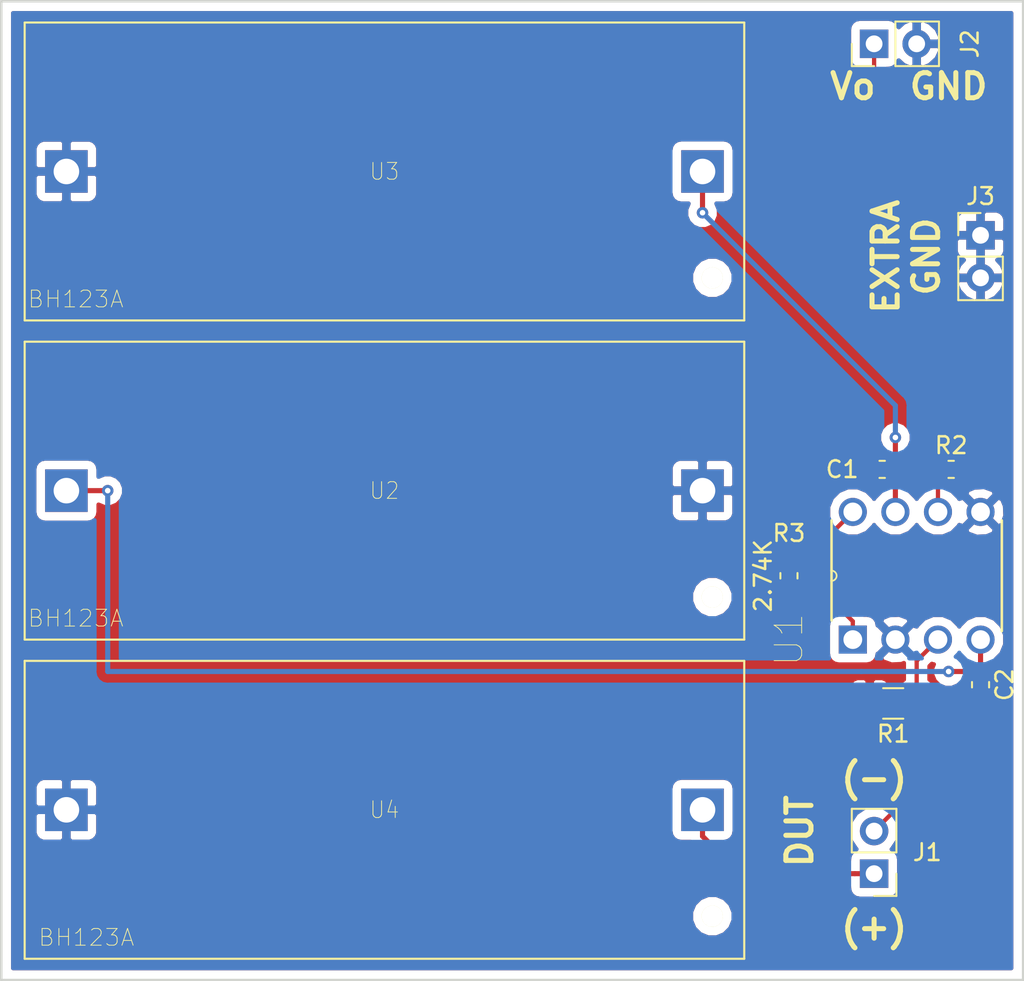
<source format=kicad_pcb>
(kicad_pcb (version 20171130) (host pcbnew 5.0.0+dfsg1-2)

  (general
    (thickness 1.6)
    (drawings 10)
    (tracks 36)
    (zones 0)
    (modules 12)
    (nets 9)
  )

  (page A4)
  (layers
    (0 F.Cu signal)
    (31 B.Cu signal)
    (32 B.Adhes user)
    (33 F.Adhes user)
    (34 B.Paste user)
    (35 F.Paste user)
    (36 B.SilkS user)
    (37 F.SilkS user)
    (38 B.Mask user)
    (39 F.Mask user)
    (40 Dwgs.User user)
    (41 Cmts.User user)
    (42 Eco1.User user)
    (43 Eco2.User user)
    (44 Edge.Cuts user)
    (45 Margin user)
    (46 B.CrtYd user)
    (47 F.CrtYd user)
    (48 B.Fab user)
    (49 F.Fab user)
  )

  (setup
    (last_trace_width 0.254)
    (trace_clearance 0.254)
    (zone_clearance 0.508)
    (zone_45_only no)
    (trace_min 0.1524)
    (segment_width 0.2)
    (edge_width 0.15)
    (via_size 0.6858)
    (via_drill 0.3302)
    (via_min_size 0.6858)
    (via_min_drill 0.3302)
    (uvia_size 0.508)
    (uvia_drill 0.127)
    (uvias_allowed no)
    (uvia_min_size 0.2)
    (uvia_min_drill 0.1)
    (pcb_text_width 0.3)
    (pcb_text_size 1.5 1.5)
    (mod_edge_width 0.15)
    (mod_text_size 1 1)
    (mod_text_width 0.15)
    (pad_size 1.6764 1.6764)
    (pad_drill 1.1176)
    (pad_to_mask_clearance 0.2)
    (aux_axis_origin 0 0)
    (visible_elements FFFFFF7F)
    (pcbplotparams
      (layerselection 0x010fc_ffffffff)
      (usegerberextensions false)
      (usegerberattributes false)
      (usegerberadvancedattributes false)
      (creategerberjobfile false)
      (excludeedgelayer true)
      (linewidth 0.100000)
      (plotframeref false)
      (viasonmask false)
      (mode 1)
      (useauxorigin false)
      (hpglpennumber 1)
      (hpglpenspeed 20)
      (hpglpendiameter 15.000000)
      (psnegative false)
      (psa4output false)
      (plotreference true)
      (plotvalue true)
      (plotinvisibletext false)
      (padsonsilk false)
      (subtractmaskfromsilk false)
      (outputformat 1)
      (mirror false)
      (drillshape 1)
      (scaleselection 1)
      (outputdirectory ""))
  )

  (net 0 "")
  (net 1 V+)
  (net 2 GND)
  (net 3 V-)
  (net 4 VDD)
  (net 5 N$3)
  (net 6 Vo)
  (net 7 N$2)
  (net 8 N$1)

  (net_class Default "This is the default net class."
    (clearance 0.254)
    (trace_width 0.254)
    (via_dia 0.6858)
    (via_drill 0.3302)
    (uvia_dia 0.508)
    (uvia_drill 0.127)
    (diff_pair_gap 0.254)
    (diff_pair_width 0.254)
    (add_net N$1)
    (add_net N$2)
    (add_net Vo)
  )

  (net_class Power ""
    (clearance 0.254)
    (trace_width 0.508)
    (via_dia 0.6858)
    (via_drill 0.3302)
    (uvia_dia 0.508)
    (uvia_drill 0.127)
    (diff_pair_gap 0.254)
    (diff_pair_width 0.254)
    (add_net GND)
    (add_net N$3)
    (add_net V+)
    (add_net V-)
    (add_net VDD)
  )

  (module Capacitor_SMD:C_0603_1608Metric (layer F.Cu) (tedit 5CF34698) (tstamp 5CF33F1C)
    (at 155.4225 123.19 180)
    (descr "Capacitor SMD 0603 (1608 Metric), square (rectangular) end terminal, IPC_7351 nominal, (Body size source: http://www.tortai-tech.com/upload/download/2011102023233369053.pdf), generated with kicad-footprint-generator")
    (tags capacitor)
    (path /top/3541313194720582656)
    (attr smd)
    (fp_text reference C1 (at 2.3875 0 180) (layer F.SilkS)
      (effects (font (size 1 1) (thickness 0.15)))
    )
    (fp_text value 0.1uF (at 0 1.43 180) (layer F.Fab) hide
      (effects (font (size 1 1) (thickness 0.15)))
    )
    (fp_line (start -0.8 0.4) (end -0.8 -0.4) (layer F.Fab) (width 0.1))
    (fp_line (start -0.8 -0.4) (end 0.8 -0.4) (layer F.Fab) (width 0.1))
    (fp_line (start 0.8 -0.4) (end 0.8 0.4) (layer F.Fab) (width 0.1))
    (fp_line (start 0.8 0.4) (end -0.8 0.4) (layer F.Fab) (width 0.1))
    (fp_line (start -0.162779 -0.51) (end 0.162779 -0.51) (layer F.SilkS) (width 0.12))
    (fp_line (start -0.162779 0.51) (end 0.162779 0.51) (layer F.SilkS) (width 0.12))
    (fp_line (start -1.48 0.73) (end -1.48 -0.73) (layer F.CrtYd) (width 0.05))
    (fp_line (start -1.48 -0.73) (end 1.48 -0.73) (layer F.CrtYd) (width 0.05))
    (fp_line (start 1.48 -0.73) (end 1.48 0.73) (layer F.CrtYd) (width 0.05))
    (fp_line (start 1.48 0.73) (end -1.48 0.73) (layer F.CrtYd) (width 0.05))
    (fp_text user %R (at 0 0 180) (layer F.Fab)
      (effects (font (size 0.4 0.4) (thickness 0.06)))
    )
    (pad 1 smd roundrect (at -0.7875 0 180) (size 0.875 0.95) (layers F.Cu F.Paste F.Mask) (roundrect_rratio 0.25)
      (net 1 V+))
    (pad 2 smd roundrect (at 0.7875 0 180) (size 0.875 0.95) (layers F.Cu F.Paste F.Mask) (roundrect_rratio 0.25)
      (net 2 GND))
    (model ${KISYS3DMOD}/Capacitor_SMD.3dshapes/C_0603_1608Metric.wrl
      (at (xyz 0 0 0))
      (scale (xyz 1 1 1))
      (rotate (xyz 0 0 0))
    )
  )

  (module Capacitor_SMD:C_0603_1608Metric (layer F.Cu) (tedit 5CF34705) (tstamp 5CF33F2D)
    (at 161.29 136.0425 270)
    (descr "Capacitor SMD 0603 (1608 Metric), square (rectangular) end terminal, IPC_7351 nominal, (Body size source: http://www.tortai-tech.com/upload/download/2011102023233369053.pdf), generated with kicad-footprint-generator")
    (tags capacitor)
    (path /top/998572845582616628)
    (attr smd)
    (fp_text reference C2 (at 0 -1.43 270) (layer F.SilkS)
      (effects (font (size 1 1) (thickness 0.15)))
    )
    (fp_text value 0.1uF (at 0 1.43 270) (layer F.Fab) hide
      (effects (font (size 1 1) (thickness 0.15)))
    )
    (fp_text user %R (at 0 0 270) (layer F.Fab) hide
      (effects (font (size 0.4 0.4) (thickness 0.06)))
    )
    (fp_line (start 1.48 0.73) (end -1.48 0.73) (layer F.CrtYd) (width 0.05))
    (fp_line (start 1.48 -0.73) (end 1.48 0.73) (layer F.CrtYd) (width 0.05))
    (fp_line (start -1.48 -0.73) (end 1.48 -0.73) (layer F.CrtYd) (width 0.05))
    (fp_line (start -1.48 0.73) (end -1.48 -0.73) (layer F.CrtYd) (width 0.05))
    (fp_line (start -0.162779 0.51) (end 0.162779 0.51) (layer F.SilkS) (width 0.12))
    (fp_line (start -0.162779 -0.51) (end 0.162779 -0.51) (layer F.SilkS) (width 0.12))
    (fp_line (start 0.8 0.4) (end -0.8 0.4) (layer F.Fab) (width 0.1))
    (fp_line (start 0.8 -0.4) (end 0.8 0.4) (layer F.Fab) (width 0.1))
    (fp_line (start -0.8 -0.4) (end 0.8 -0.4) (layer F.Fab) (width 0.1))
    (fp_line (start -0.8 0.4) (end -0.8 -0.4) (layer F.Fab) (width 0.1))
    (pad 2 smd roundrect (at 0.7875 0 270) (size 0.875 0.95) (layers F.Cu F.Paste F.Mask) (roundrect_rratio 0.25)
      (net 2 GND))
    (pad 1 smd roundrect (at -0.7875 0 270) (size 0.875 0.95) (layers F.Cu F.Paste F.Mask) (roundrect_rratio 0.25)
      (net 3 V-))
    (model ${KISYS3DMOD}/Capacitor_SMD.3dshapes/C_0603_1608Metric.wrl
      (at (xyz 0 0 0))
      (scale (xyz 1 1 1))
      (rotate (xyz 0 0 0))
    )
  )

  (module Connector_PinHeader_2.54mm:PinHeader_1x02_P2.54mm_Vertical (layer F.Cu) (tedit 5CF34783) (tstamp 5CF33F43)
    (at 154.94 147.32 180)
    (descr "Through hole straight pin header, 1x02, 2.54mm pitch, single row")
    (tags "Through hole pin header THT 1x02 2.54mm single row")
    (path /top/196230644035590001)
    (fp_text reference J1 (at -3.175 1.27 180) (layer F.SilkS)
      (effects (font (size 1 1) (thickness 0.15)))
    )
    (fp_text value Screw_Terminal_01x02 (at 0 4.87 180) (layer F.Fab) hide
      (effects (font (size 1 1) (thickness 0.15)))
    )
    (fp_line (start -0.635 -1.27) (end 1.27 -1.27) (layer F.Fab) (width 0.1))
    (fp_line (start 1.27 -1.27) (end 1.27 3.81) (layer F.Fab) (width 0.1))
    (fp_line (start 1.27 3.81) (end -1.27 3.81) (layer F.Fab) (width 0.1))
    (fp_line (start -1.27 3.81) (end -1.27 -0.635) (layer F.Fab) (width 0.1))
    (fp_line (start -1.27 -0.635) (end -0.635 -1.27) (layer F.Fab) (width 0.1))
    (fp_line (start -1.33 3.87) (end 1.33 3.87) (layer F.SilkS) (width 0.12))
    (fp_line (start -1.33 1.27) (end -1.33 3.87) (layer F.SilkS) (width 0.12))
    (fp_line (start 1.33 1.27) (end 1.33 3.87) (layer F.SilkS) (width 0.12))
    (fp_line (start -1.33 1.27) (end 1.33 1.27) (layer F.SilkS) (width 0.12))
    (fp_line (start -1.33 0) (end -1.33 -1.33) (layer F.SilkS) (width 0.12))
    (fp_line (start -1.33 -1.33) (end 0 -1.33) (layer F.SilkS) (width 0.12))
    (fp_line (start -1.8 -1.8) (end -1.8 4.35) (layer F.CrtYd) (width 0.05))
    (fp_line (start -1.8 4.35) (end 1.8 4.35) (layer F.CrtYd) (width 0.05))
    (fp_line (start 1.8 4.35) (end 1.8 -1.8) (layer F.CrtYd) (width 0.05))
    (fp_line (start 1.8 -1.8) (end -1.8 -1.8) (layer F.CrtYd) (width 0.05))
    (fp_text user %R (at 0 1.27 270) (layer F.Fab)
      (effects (font (size 1 1) (thickness 0.15)))
    )
    (pad 1 thru_hole rect (at 0 0 180) (size 1.7 1.7) (drill 1) (layers *.Cu *.Mask)
      (net 4 VDD))
    (pad 2 thru_hole oval (at 0 2.54 180) (size 1.7 1.7) (drill 1) (layers *.Cu *.Mask)
      (net 5 N$3))
    (model ${KISYS3DMOD}/Connector_PinHeader_2.54mm.3dshapes/PinHeader_1x02_P2.54mm_Vertical.wrl
      (at (xyz 0 0 0))
      (scale (xyz 1 1 1))
      (rotate (xyz 0 0 0))
    )
  )

  (module Connector_PinHeader_2.54mm:PinHeader_1x02_P2.54mm_Vertical (layer F.Cu) (tedit 5CF347B8) (tstamp 5CF33F59)
    (at 154.94 97.79 90)
    (descr "Through hole straight pin header, 1x02, 2.54mm pitch, single row")
    (tags "Through hole pin header THT 1x02 2.54mm single row")
    (path /top/13161261778437321895)
    (fp_text reference J2 (at 0 5.715 90) (layer F.SilkS)
      (effects (font (size 1 1) (thickness 0.15)))
    )
    (fp_text value Conn_01x02_Male (at 0 4.87 90) (layer F.Fab) hide
      (effects (font (size 1 1) (thickness 0.15)))
    )
    (fp_text user %R (at 0 1.27 180) (layer F.Fab)
      (effects (font (size 1 1) (thickness 0.15)))
    )
    (fp_line (start 1.8 -1.8) (end -1.8 -1.8) (layer F.CrtYd) (width 0.05))
    (fp_line (start 1.8 4.35) (end 1.8 -1.8) (layer F.CrtYd) (width 0.05))
    (fp_line (start -1.8 4.35) (end 1.8 4.35) (layer F.CrtYd) (width 0.05))
    (fp_line (start -1.8 -1.8) (end -1.8 4.35) (layer F.CrtYd) (width 0.05))
    (fp_line (start -1.33 -1.33) (end 0 -1.33) (layer F.SilkS) (width 0.12))
    (fp_line (start -1.33 0) (end -1.33 -1.33) (layer F.SilkS) (width 0.12))
    (fp_line (start -1.33 1.27) (end 1.33 1.27) (layer F.SilkS) (width 0.12))
    (fp_line (start 1.33 1.27) (end 1.33 3.87) (layer F.SilkS) (width 0.12))
    (fp_line (start -1.33 1.27) (end -1.33 3.87) (layer F.SilkS) (width 0.12))
    (fp_line (start -1.33 3.87) (end 1.33 3.87) (layer F.SilkS) (width 0.12))
    (fp_line (start -1.27 -0.635) (end -0.635 -1.27) (layer F.Fab) (width 0.1))
    (fp_line (start -1.27 3.81) (end -1.27 -0.635) (layer F.Fab) (width 0.1))
    (fp_line (start 1.27 3.81) (end -1.27 3.81) (layer F.Fab) (width 0.1))
    (fp_line (start 1.27 -1.27) (end 1.27 3.81) (layer F.Fab) (width 0.1))
    (fp_line (start -0.635 -1.27) (end 1.27 -1.27) (layer F.Fab) (width 0.1))
    (pad 2 thru_hole oval (at 0 2.54 90) (size 1.7 1.7) (drill 1) (layers *.Cu *.Mask)
      (net 2 GND))
    (pad 1 thru_hole rect (at 0 0 90) (size 1.7 1.7) (drill 1) (layers *.Cu *.Mask)
      (net 6 Vo))
    (model ${KISYS3DMOD}/Connector_PinHeader_2.54mm.3dshapes/PinHeader_1x02_P2.54mm_Vertical.wrl
      (at (xyz 0 0 0))
      (scale (xyz 1 1 1))
      (rotate (xyz 0 0 0))
    )
  )

  (module Resistor_SMD:R_1206_3216Metric (layer F.Cu) (tedit 5CF34702) (tstamp 5CF33F6A)
    (at 156.08 137.16 180)
    (descr "Resistor SMD 1206 (3216 Metric), square (rectangular) end terminal, IPC_7351 nominal, (Body size source: http://www.tortai-tech.com/upload/download/2011102023233369053.pdf), generated with kicad-footprint-generator")
    (tags resistor)
    (path /top/2548234868783152179)
    (attr smd)
    (fp_text reference R1 (at 0 -1.82 180) (layer F.SilkS)
      (effects (font (size 1 1) (thickness 0.15)))
    )
    (fp_text value 1 (at 4.315 0 180) (layer F.Fab) hide
      (effects (font (size 1 1) (thickness 0.15)))
    )
    (fp_line (start -1.6 0.8) (end -1.6 -0.8) (layer F.Fab) (width 0.1))
    (fp_line (start -1.6 -0.8) (end 1.6 -0.8) (layer F.Fab) (width 0.1))
    (fp_line (start 1.6 -0.8) (end 1.6 0.8) (layer F.Fab) (width 0.1))
    (fp_line (start 1.6 0.8) (end -1.6 0.8) (layer F.Fab) (width 0.1))
    (fp_line (start -0.602064 -0.91) (end 0.602064 -0.91) (layer F.SilkS) (width 0.12))
    (fp_line (start -0.602064 0.91) (end 0.602064 0.91) (layer F.SilkS) (width 0.12))
    (fp_line (start -2.28 1.12) (end -2.28 -1.12) (layer F.CrtYd) (width 0.05))
    (fp_line (start -2.28 -1.12) (end 2.28 -1.12) (layer F.CrtYd) (width 0.05))
    (fp_line (start 2.28 -1.12) (end 2.28 1.12) (layer F.CrtYd) (width 0.05))
    (fp_line (start 2.28 1.12) (end -2.28 1.12) (layer F.CrtYd) (width 0.05))
    (fp_text user %R (at 0 0 180) (layer F.Fab) hide
      (effects (font (size 0.8 0.8) (thickness 0.12)))
    )
    (pad 1 smd roundrect (at -1.4 0 180) (size 1.25 1.75) (layers F.Cu F.Paste F.Mask) (roundrect_rratio 0.2)
      (net 5 N$3))
    (pad 2 smd roundrect (at 1.4 0 180) (size 1.25 1.75) (layers F.Cu F.Paste F.Mask) (roundrect_rratio 0.2)
      (net 2 GND))
    (model ${KISYS3DMOD}/Resistor_SMD.3dshapes/R_1206_3216Metric.wrl
      (at (xyz 0 0 0))
      (scale (xyz 1 1 1))
      (rotate (xyz 0 0 0))
    )
  )

  (module Resistor_SMD:R_0603_1608Metric (layer F.Cu) (tedit 5CF3468F) (tstamp 5CF33F7B)
    (at 159.5375 123.19)
    (descr "Resistor SMD 0603 (1608 Metric), square (rectangular) end terminal, IPC_7351 nominal, (Body size source: http://www.tortai-tech.com/upload/download/2011102023233369053.pdf), generated with kicad-footprint-generator")
    (tags resistor)
    (path /top/2023809358067635025)
    (attr smd)
    (fp_text reference R2 (at 0 -1.43) (layer F.SilkS)
      (effects (font (size 1 1) (thickness 0.15)))
    )
    (fp_text value R2.5K (at 0 1.43) (layer F.Fab) hide
      (effects (font (size 1 1) (thickness 0.15)))
    )
    (fp_line (start -0.8 0.4) (end -0.8 -0.4) (layer F.Fab) (width 0.1))
    (fp_line (start -0.8 -0.4) (end 0.8 -0.4) (layer F.Fab) (width 0.1))
    (fp_line (start 0.8 -0.4) (end 0.8 0.4) (layer F.Fab) (width 0.1))
    (fp_line (start 0.8 0.4) (end -0.8 0.4) (layer F.Fab) (width 0.1))
    (fp_line (start -0.162779 -0.51) (end 0.162779 -0.51) (layer F.SilkS) (width 0.12))
    (fp_line (start -0.162779 0.51) (end 0.162779 0.51) (layer F.SilkS) (width 0.12))
    (fp_line (start -1.48 0.73) (end -1.48 -0.73) (layer F.CrtYd) (width 0.05))
    (fp_line (start -1.48 -0.73) (end 1.48 -0.73) (layer F.CrtYd) (width 0.05))
    (fp_line (start 1.48 -0.73) (end 1.48 0.73) (layer F.CrtYd) (width 0.05))
    (fp_line (start 1.48 0.73) (end -1.48 0.73) (layer F.CrtYd) (width 0.05))
    (fp_text user %R (at 0 0) (layer F.Fab)
      (effects (font (size 0.4 0.4) (thickness 0.06)))
    )
    (pad 1 smd roundrect (at -0.7875 0) (size 0.875 0.95) (layers F.Cu F.Paste F.Mask) (roundrect_rratio 0.25)
      (net 6 Vo))
    (pad 2 smd roundrect (at 0.7875 0) (size 0.875 0.95) (layers F.Cu F.Paste F.Mask) (roundrect_rratio 0.25)
      (net 2 GND))
    (model ${KISYS3DMOD}/Resistor_SMD.3dshapes/R_0603_1608Metric.wrl
      (at (xyz 0 0 0))
      (scale (xyz 1 1 1))
      (rotate (xyz 0 0 0))
    )
  )

  (module Resistor_SMD:R_0603_1608Metric (layer F.Cu) (tedit 5CF3471E) (tstamp 5CF33F8C)
    (at 149.86 129.54 270)
    (descr "Resistor SMD 0603 (1608 Metric), square (rectangular) end terminal, IPC_7351 nominal, (Body size source: http://www.tortai-tech.com/upload/download/2011102023233369053.pdf), generated with kicad-footprint-generator")
    (tags resistor)
    (path /top/14367283374655352483)
    (attr smd)
    (fp_text reference R3 (at -2.54 0) (layer F.SilkS)
      (effects (font (size 1 1) (thickness 0.15)))
    )
    (fp_text value 2.74K (at 0 1.544999 270) (layer F.SilkS)
      (effects (font (size 1 1) (thickness 0.15)))
    )
    (fp_text user %R (at 0 0 270) (layer F.Fab)
      (effects (font (size 0.4 0.4) (thickness 0.06)))
    )
    (fp_line (start 1.48 0.73) (end -1.48 0.73) (layer F.CrtYd) (width 0.05))
    (fp_line (start 1.48 -0.73) (end 1.48 0.73) (layer F.CrtYd) (width 0.05))
    (fp_line (start -1.48 -0.73) (end 1.48 -0.73) (layer F.CrtYd) (width 0.05))
    (fp_line (start -1.48 0.73) (end -1.48 -0.73) (layer F.CrtYd) (width 0.05))
    (fp_line (start -0.162779 0.51) (end 0.162779 0.51) (layer F.SilkS) (width 0.12))
    (fp_line (start -0.162779 -0.51) (end 0.162779 -0.51) (layer F.SilkS) (width 0.12))
    (fp_line (start 0.8 0.4) (end -0.8 0.4) (layer F.Fab) (width 0.1))
    (fp_line (start 0.8 -0.4) (end 0.8 0.4) (layer F.Fab) (width 0.1))
    (fp_line (start -0.8 -0.4) (end 0.8 -0.4) (layer F.Fab) (width 0.1))
    (fp_line (start -0.8 0.4) (end -0.8 -0.4) (layer F.Fab) (width 0.1))
    (pad 2 smd roundrect (at 0.7875 0 270) (size 0.875 0.95) (layers F.Cu F.Paste F.Mask) (roundrect_rratio 0.25)
      (net 7 N$2))
    (pad 1 smd roundrect (at -0.7875 0 270) (size 0.875 0.95) (layers F.Cu F.Paste F.Mask) (roundrect_rratio 0.25)
      (net 8 N$1))
    (model ${KISYS3DMOD}/Resistor_SMD.3dshapes/R_0603_1608Metric.wrl
      (at (xyz 0 0 0))
      (scale (xyz 1 1 1))
      (rotate (xyz 0 0 0))
    )
  )

  (module INA129P:DIP254P762X508-8 (layer F.Cu) (tedit 5CF346F8) (tstamp 5CF33FC4)
    (at 161.29 125.73 90)
    (path /top/995399047499347072)
    (fp_text reference U1 (at -7.62 -11.43 90) (layer F.SilkS)
      (effects (font (size 1.64295 1.64295) (thickness 0.05)))
    )
    (fp_text value INA129P (at -4.445 4.445 90) (layer F.SilkS) hide
      (effects (font (size 1.6425 1.6425) (thickness 0.05)))
    )
    (fp_line (start -7.112 1.27) (end -0.508 1.27) (layer F.SilkS) (width 0.1524))
    (fp_line (start -0.508 -8.89) (end -3.5052 -8.89) (layer F.SilkS) (width 0.1524))
    (fp_line (start -3.5052 -8.89) (end -4.1148 -8.89) (layer F.SilkS) (width 0.1524))
    (fp_line (start -4.1148 -8.89) (end -6.477 -8.89) (layer F.SilkS) (width 0.1524))
    (fp_arc (start -3.81 -8.89) (end -4.1148 -8.89) (angle -180) (layer F.SilkS) (width 0))
    (fp_line (start -7.112 -7.0612) (end -7.112 -8.1788) (layer Eco2.User) (width 0.1524))
    (fp_line (start -7.112 -8.1788) (end -8.1788 -8.1788) (layer Eco2.User) (width 0.1524))
    (fp_line (start -8.1788 -8.1788) (end -8.1788 -7.0612) (layer Eco2.User) (width 0.1524))
    (fp_line (start -8.1788 -7.0612) (end -7.112 -7.0612) (layer Eco2.User) (width 0.1524))
    (fp_line (start -7.112 -4.5212) (end -7.112 -5.6388) (layer Eco2.User) (width 0.1524))
    (fp_line (start -7.112 -5.6388) (end -8.1788 -5.6388) (layer Eco2.User) (width 0.1524))
    (fp_line (start -8.1788 -5.6388) (end -8.1788 -4.5212) (layer Eco2.User) (width 0.1524))
    (fp_line (start -8.1788 -4.5212) (end -7.112 -4.5212) (layer Eco2.User) (width 0.1524))
    (fp_line (start -7.112 -1.9812) (end -7.112 -3.0988) (layer Eco2.User) (width 0.1524))
    (fp_line (start -7.112 -3.0988) (end -8.1788 -3.0988) (layer Eco2.User) (width 0.1524))
    (fp_line (start -8.1788 -3.0988) (end -8.1788 -1.9812) (layer Eco2.User) (width 0.1524))
    (fp_line (start -8.1788 -1.9812) (end -7.112 -1.9812) (layer Eco2.User) (width 0.1524))
    (fp_line (start -7.112 0.5588) (end -7.112 -0.5588) (layer Eco2.User) (width 0.1524))
    (fp_line (start -7.112 -0.5588) (end -8.1788 -0.5588) (layer Eco2.User) (width 0.1524))
    (fp_line (start -8.1788 -0.5588) (end -8.1788 0.5588) (layer Eco2.User) (width 0.1524))
    (fp_line (start -8.1788 0.5588) (end -7.112 0.5588) (layer Eco2.User) (width 0.1524))
    (fp_line (start -0.508 -0.5588) (end -0.508 0.5588) (layer Eco2.User) (width 0.1524))
    (fp_line (start -0.508 0.5588) (end 0.5588 0.5588) (layer Eco2.User) (width 0.1524))
    (fp_line (start 0.5588 0.5588) (end 0.5588 -0.5588) (layer Eco2.User) (width 0.1524))
    (fp_line (start 0.5588 -0.5588) (end -0.508 -0.5588) (layer Eco2.User) (width 0.1524))
    (fp_line (start -0.508 -3.0988) (end -0.508 -1.9812) (layer Eco2.User) (width 0.1524))
    (fp_line (start -0.508 -1.9812) (end 0.5588 -1.9812) (layer Eco2.User) (width 0.1524))
    (fp_line (start 0.5588 -1.9812) (end 0.5588 -3.0988) (layer Eco2.User) (width 0.1524))
    (fp_line (start 0.5588 -3.0988) (end -0.508 -3.0988) (layer Eco2.User) (width 0.1524))
    (fp_line (start -0.508 -5.6388) (end -0.508 -4.5212) (layer Eco2.User) (width 0.1524))
    (fp_line (start -0.508 -4.5212) (end 0.5588 -4.5212) (layer Eco2.User) (width 0.1524))
    (fp_line (start 0.5588 -4.5212) (end 0.5588 -5.6388) (layer Eco2.User) (width 0.1524))
    (fp_line (start 0.5588 -5.6388) (end -0.508 -5.6388) (layer Eco2.User) (width 0.1524))
    (fp_line (start -0.508 -8.1788) (end -0.508 -7.0612) (layer Eco2.User) (width 0.1524))
    (fp_line (start -0.508 -7.0612) (end 0.5588 -7.0612) (layer Eco2.User) (width 0.1524))
    (fp_line (start 0.5588 -7.0612) (end 0.5588 -8.1788) (layer Eco2.User) (width 0.1524))
    (fp_line (start 0.5588 -8.1788) (end -0.508 -8.1788) (layer Eco2.User) (width 0.1524))
    (fp_line (start -7.112 1.27) (end -0.508 1.27) (layer Eco2.User) (width 0.1524))
    (fp_line (start -0.508 1.27) (end -0.508 -8.89) (layer Eco2.User) (width 0.1524))
    (fp_line (start -0.508 -8.89) (end -3.5052 -8.89) (layer Eco2.User) (width 0.1524))
    (fp_line (start -3.5052 -8.89) (end -4.1148 -8.89) (layer Eco2.User) (width 0.1524))
    (fp_line (start -4.1148 -8.89) (end -7.112 -8.89) (layer Eco2.User) (width 0.1524))
    (fp_line (start -7.112 -8.89) (end -7.112 1.27) (layer Eco2.User) (width 0.1524))
    (fp_arc (start -3.81 -8.89) (end -4.1148 -8.89) (angle -180) (layer Eco2.User) (width 0))
    (pad 1 thru_hole rect (at -7.62 -7.62 90) (size 1.6764 1.6764) (drill 1.1176) (layers *.Cu *.Mask)
      (net 7 N$2))
    (pad 2 thru_hole circle (at -7.62 -5.08 90) (size 1.6764 1.6764) (drill 1.1176) (layers *.Cu *.Mask)
      (net 2 GND))
    (pad 3 thru_hole circle (at -7.62 -2.54 90) (size 1.6764 1.6764) (drill 1.1176) (layers *.Cu *.Mask)
      (net 5 N$3))
    (pad 4 thru_hole circle (at -7.62 0 90) (size 1.6764 1.6764) (drill 1.1176) (layers *.Cu *.Mask)
      (net 3 V-))
    (pad 5 thru_hole circle (at 0 0 90) (size 1.6764 1.6764) (drill 1.1176) (layers *.Cu *.Mask)
      (net 2 GND))
    (pad 6 thru_hole circle (at 0 -2.54 90) (size 1.6764 1.6764) (drill 1.1176) (layers *.Cu *.Mask)
      (net 6 Vo))
    (pad 7 thru_hole circle (at 0 -5.08 90) (size 1.6764 1.6764) (drill 1.1176) (layers *.Cu *.Mask)
      (net 1 V+))
    (pad 8 thru_hole circle (at 0 -7.62 90) (size 1.6764 1.6764) (drill 1.1176) (layers *.Cu *.Mask)
      (net 8 N$1))
  )

  (module BH123A:BH123A (layer F.Cu) (tedit 0) (tstamp 5CF33FD0)
    (at 125.73 124.46)
    (path /top/2318651884802604115)
    (fp_text reference U2 (at 0 0) (layer F.SilkS)
      (effects (font (size 1 0.9) (thickness 0.05)))
    )
    (fp_text value BH123A (at -18.415 7.62) (layer F.SilkS)
      (effects (font (size 1 1) (thickness 0.05)))
    )
    (fp_line (start 21.463 -8.89) (end -21.463 -8.89) (layer F.SilkS) (width 0.127))
    (fp_line (start -21.463 -8.89) (end -21.463 8.89) (layer F.SilkS) (width 0.127))
    (fp_line (start -21.463 8.89) (end 21.463 8.89) (layer F.SilkS) (width 0.127))
    (fp_line (start 21.463 8.89) (end 21.463 -8.89) (layer F.SilkS) (width 0.127))
    (fp_text user BH123A (at -3.81 -1.27) (layer Cmts.User)
      (effects (font (size 1 1) (thickness 0.05)))
    )
    (pad - thru_hole rect (at -18.9738 0) (size 2.54 2.54) (drill 1.524) (layers *.Cu *.Mask)
      (net 3 V-))
    (pad + thru_hole rect (at 18.9738 0) (size 2.54 2.54) (drill 1.524) (layers *.Cu *.Mask)
      (net 2 GND))
    (pad Hole np_thru_hole circle (at 19.558 6.35) (size 1.27 1.27) (drill 1.27) (layers *.Cu *.Mask F.SilkS))
  )

  (module BH123A:BH123A (layer F.Cu) (tedit 0) (tstamp 5CF33FDC)
    (at 125.73 105.41)
    (path /top/18347786421619752514)
    (fp_text reference U3 (at 0 0) (layer F.SilkS)
      (effects (font (size 1 0.9) (thickness 0.05)))
    )
    (fp_text value BH123A (at -18.415 7.62) (layer F.SilkS)
      (effects (font (size 1 1) (thickness 0.05)))
    )
    (fp_text user BH123A (at -3.81 -1.27) (layer Cmts.User)
      (effects (font (size 1 1) (thickness 0.05)))
    )
    (fp_line (start 21.463 8.89) (end 21.463 -8.89) (layer F.SilkS) (width 0.127))
    (fp_line (start -21.463 8.89) (end 21.463 8.89) (layer F.SilkS) (width 0.127))
    (fp_line (start -21.463 -8.89) (end -21.463 8.89) (layer F.SilkS) (width 0.127))
    (fp_line (start 21.463 -8.89) (end -21.463 -8.89) (layer F.SilkS) (width 0.127))
    (pad Hole np_thru_hole circle (at 19.558 6.35) (size 1.27 1.27) (drill 1.27) (layers *.Cu *.Mask F.SilkS))
    (pad + thru_hole rect (at 18.9738 0) (size 2.54 2.54) (drill 1.524) (layers *.Cu *.Mask)
      (net 1 V+))
    (pad - thru_hole rect (at -18.9738 0) (size 2.54 2.54) (drill 1.524) (layers *.Cu *.Mask)
      (net 2 GND))
  )

  (module BH123A:BH123A (layer F.Cu) (tedit 0) (tstamp 5CF33FE8)
    (at 125.73 143.51)
    (path /top/11808238850376490696)
    (fp_text reference U4 (at 0 0) (layer F.SilkS)
      (effects (font (size 1 0.9) (thickness 0.05)))
    )
    (fp_text value BH123A (at -17.78 7.62) (layer F.SilkS)
      (effects (font (size 1 1) (thickness 0.05)))
    )
    (fp_line (start 21.463 -8.89) (end -21.463 -8.89) (layer F.SilkS) (width 0.127))
    (fp_line (start -21.463 -8.89) (end -21.463 8.89) (layer F.SilkS) (width 0.127))
    (fp_line (start -21.463 8.89) (end 21.463 8.89) (layer F.SilkS) (width 0.127))
    (fp_line (start 21.463 8.89) (end 21.463 -8.89) (layer F.SilkS) (width 0.127))
    (fp_text user BH123A (at -3.81 -1.27) (layer Cmts.User)
      (effects (font (size 1 1) (thickness 0.05)))
    )
    (pad - thru_hole rect (at -18.9738 0) (size 2.54 2.54) (drill 1.524) (layers *.Cu *.Mask)
      (net 2 GND))
    (pad + thru_hole rect (at 18.9738 0) (size 2.54 2.54) (drill 1.524) (layers *.Cu *.Mask)
      (net 4 VDD))
    (pad Hole np_thru_hole circle (at 19.558 6.35) (size 1.27 1.27) (drill 1.27) (layers *.Cu *.Mask F.SilkS))
  )

  (module Connector_PinHeader_2.54mm:PinHeader_1x02_P2.54mm_Vertical (layer F.Cu) (tedit 5CF348EB) (tstamp 5CF35791)
    (at 161.29 109.22)
    (descr "Through hole straight pin header, 1x02, 2.54mm pitch, single row")
    (tags "Through hole pin header THT 1x02 2.54mm single row")
    (path /top/1300609705734920614)
    (fp_text reference J3 (at 0 -2.33) (layer F.SilkS)
      (effects (font (size 1 1) (thickness 0.15)))
    )
    (fp_text value Conn_01x02_Male (at 0 4.87) (layer F.Fab) hide
      (effects (font (size 1 1) (thickness 0.15)))
    )
    (fp_line (start -0.635 -1.27) (end 1.27 -1.27) (layer F.Fab) (width 0.1))
    (fp_line (start 1.27 -1.27) (end 1.27 3.81) (layer F.Fab) (width 0.1))
    (fp_line (start 1.27 3.81) (end -1.27 3.81) (layer F.Fab) (width 0.1))
    (fp_line (start -1.27 3.81) (end -1.27 -0.635) (layer F.Fab) (width 0.1))
    (fp_line (start -1.27 -0.635) (end -0.635 -1.27) (layer F.Fab) (width 0.1))
    (fp_line (start -1.33 3.87) (end 1.33 3.87) (layer F.SilkS) (width 0.12))
    (fp_line (start -1.33 1.27) (end -1.33 3.87) (layer F.SilkS) (width 0.12))
    (fp_line (start 1.33 1.27) (end 1.33 3.87) (layer F.SilkS) (width 0.12))
    (fp_line (start -1.33 1.27) (end 1.33 1.27) (layer F.SilkS) (width 0.12))
    (fp_line (start -1.33 0) (end -1.33 -1.33) (layer F.SilkS) (width 0.12))
    (fp_line (start -1.33 -1.33) (end 0 -1.33) (layer F.SilkS) (width 0.12))
    (fp_line (start -1.8 -1.8) (end -1.8 4.35) (layer F.CrtYd) (width 0.05))
    (fp_line (start -1.8 4.35) (end 1.8 4.35) (layer F.CrtYd) (width 0.05))
    (fp_line (start 1.8 4.35) (end 1.8 -1.8) (layer F.CrtYd) (width 0.05))
    (fp_line (start 1.8 -1.8) (end -1.8 -1.8) (layer F.CrtYd) (width 0.05))
    (fp_text user %R (at 0 1.27 90) (layer F.Fab)
      (effects (font (size 1 1) (thickness 0.15)))
    )
    (pad 1 thru_hole rect (at 0 0) (size 1.7 1.7) (drill 1) (layers *.Cu *.Mask)
      (net 2 GND))
    (pad 2 thru_hole oval (at 0 2.54) (size 1.7 1.7) (drill 1) (layers *.Cu *.Mask)
      (net 2 GND))
    (model ${KISYS3DMOD}/Connector_PinHeader_2.54mm.3dshapes/PinHeader_1x02_P2.54mm_Vertical.wrl
      (at (xyz 0 0 0))
      (scale (xyz 1 1 1))
      (rotate (xyz 0 0 0))
    )
  )

  (gr_line (start 102.87 153.67) (end 102.87 95.25) (layer Edge.Cuts) (width 0.15))
  (gr_line (start 163.83 153.67) (end 102.87 153.67) (layer Edge.Cuts) (width 0.15))
  (gr_line (start 163.83 95.25) (end 163.83 153.67) (layer Edge.Cuts) (width 0.15))
  (gr_line (start 102.87 95.25) (end 163.83 95.25) (layer Edge.Cuts) (width 0.15))
  (gr_text "EXTRA\nGND" (at 156.845 110.49 90) (layer F.SilkS)
    (effects (font (size 1.5 1.5) (thickness 0.3)))
  )
  (gr_text GND (at 159.385 100.33) (layer F.SilkS)
    (effects (font (size 1.5 1.5) (thickness 0.3)))
  )
  (gr_text Vo (at 153.67 100.33) (layer F.SilkS)
    (effects (font (size 1.5 1.5) (thickness 0.3)))
  )
  (gr_text "(-)" (at 154.94 141.605) (layer F.SilkS)
    (effects (font (size 1.5 1.5) (thickness 0.3)))
  )
  (gr_text "(+)" (at 154.94 150.495) (layer F.SilkS)
    (effects (font (size 1.5 1.5) (thickness 0.3)))
  )
  (gr_text DUT (at 150.495 144.78 90) (layer F.SilkS)
    (effects (font (size 1.5 1.5) (thickness 0.3)))
  )

  (segment (start 156.21 125.73) (end 156.21 123.19) (width 0.3048) (layer F.Cu) (net 1) (status 30))
  (segment (start 156.21 123.19) (end 156.21 121.285) (width 0.3048) (layer F.Cu) (net 1))
  (segment (start 156.21 121.285) (end 156.21 121.285) (width 0.3048) (layer F.Cu) (net 1) (tstamp 5CF4193F))
  (via (at 156.21 121.285) (size 0.6858) (drill 0.3302) (layers F.Cu B.Cu) (net 1))
  (segment (start 144.7038 105.41) (end 144.7038 107.8738) (width 0.3048) (layer F.Cu) (net 1))
  (segment (start 144.7038 107.8738) (end 144.7038 107.8738) (width 0.3048) (layer F.Cu) (net 1) (tstamp 5CF4194B))
  (via (at 144.7038 107.8738) (size 0.6858) (drill 0.3302) (layers F.Cu B.Cu) (net 1))
  (segment (start 156.21 119.38) (end 156.21 121.285) (width 0.3048) (layer B.Cu) (net 1))
  (segment (start 144.7038 107.8738) (end 156.21 119.38) (width 0.3048) (layer B.Cu) (net 1))
  (segment (start 161.29 133.35) (end 161.29 135.255) (width 0.3048) (layer F.Cu) (net 3))
  (segment (start 161.29 135.255) (end 159.385 135.255) (width 0.3048) (layer F.Cu) (net 3))
  (segment (start 159.385 135.255) (end 159.385 135.255) (width 0.3048) (layer F.Cu) (net 3) (tstamp 5CF418F9))
  (via (at 159.385 135.255) (size 0.6858) (drill 0.3302) (layers F.Cu B.Cu) (net 3))
  (segment (start 106.7562 124.46) (end 109.22 124.46) (width 0.3048) (layer F.Cu) (net 3))
  (segment (start 109.22 124.46) (end 109.22 124.46) (width 0.3048) (layer F.Cu) (net 3) (tstamp 5CF41905))
  (via (at 109.22 124.46) (size 0.6858) (drill 0.3302) (layers F.Cu B.Cu) (net 3))
  (segment (start 109.22 124.46) (end 109.22 135.255) (width 0.3048) (layer B.Cu) (net 3))
  (segment (start 154.172922 135.255) (end 159.385 135.255) (width 0.3048) (layer B.Cu) (net 3))
  (segment (start 109.22 135.255) (end 154.172922 135.255) (width 0.3048) (layer B.Cu) (net 3))
  (segment (start 153.7852 147.32) (end 154.94 147.32) (width 0.3048) (layer F.Cu) (net 4))
  (segment (start 146.939 147.32) (end 153.7852 147.32) (width 0.3048) (layer F.Cu) (net 4))
  (segment (start 144.7038 145.0848) (end 146.939 147.32) (width 0.3048) (layer F.Cu) (net 4))
  (segment (start 144.7038 143.51) (end 144.7038 145.0848) (width 0.3048) (layer F.Cu) (net 4))
  (segment (start 157.48 134.62) (end 157.48 137.16) (width 0.254) (layer F.Cu) (net 5) (status 20))
  (segment (start 158.75 133.35) (end 157.48 134.62) (width 0.254) (layer F.Cu) (net 5) (status 10))
  (segment (start 157.48 142.24) (end 157.48 137.16) (width 0.254) (layer F.Cu) (net 5) (status 20))
  (segment (start 154.94 144.78) (end 157.48 142.24) (width 0.254) (layer F.Cu) (net 5) (status 10))
  (segment (start 158.75 125.73) (end 158.75 123.19) (width 0.254) (layer F.Cu) (net 6) (status 30))
  (segment (start 158.75 123.19) (end 158.75 120.015) (width 0.254) (layer F.Cu) (net 6) (status 10))
  (segment (start 154.94 116.205) (end 154.94 97.79) (width 0.254) (layer F.Cu) (net 6) (status 20))
  (segment (start 158.75 120.015) (end 154.94 116.205) (width 0.254) (layer F.Cu) (net 6))
  (segment (start 151.7397 130.3275) (end 149.86 130.3275) (width 0.254) (layer F.Cu) (net 7) (status 20))
  (segment (start 153.67 132.2578) (end 151.7397 130.3275) (width 0.254) (layer F.Cu) (net 7))
  (segment (start 153.67 133.35) (end 153.67 132.2578) (width 0.254) (layer F.Cu) (net 7) (status 10))
  (segment (start 150.6475 128.7525) (end 149.86 128.7525) (width 0.254) (layer F.Cu) (net 8) (status 20))
  (segment (start 153.67 125.73) (end 150.6475 128.7525) (width 0.254) (layer F.Cu) (net 8) (status 10))

  (zone (net 2) (net_name GND) (layer F.Cu) (tstamp 0) (hatch edge 0.508)
    (connect_pads (clearance 0.508))
    (min_thickness 0.254)
    (fill yes (arc_segments 16) (thermal_gap 0.508) (thermal_bridge_width 0.508))
    (polygon
      (pts
        (xy 102.87 95.25) (xy 163.83 95.25) (xy 163.83 153.67) (xy 102.87 153.67)
      )
    )
    (filled_polygon
      (pts
        (xy 163.120001 152.96) (xy 103.58 152.96) (xy 103.58 149.607381) (xy 144.018 149.607381) (xy 144.018 150.112619)
        (xy 144.211346 150.579397) (xy 144.568603 150.936654) (xy 145.035381 151.13) (xy 145.540619 151.13) (xy 146.007397 150.936654)
        (xy 146.364654 150.579397) (xy 146.558 150.112619) (xy 146.558 149.607381) (xy 146.364654 149.140603) (xy 146.007397 148.783346)
        (xy 145.540619 148.59) (xy 145.035381 148.59) (xy 144.568603 148.783346) (xy 144.211346 149.140603) (xy 144.018 149.607381)
        (xy 103.58 149.607381) (xy 103.58 143.79575) (xy 104.8512 143.79575) (xy 104.8512 144.90631) (xy 104.947873 145.139699)
        (xy 105.126502 145.318327) (xy 105.359891 145.415) (xy 106.47045 145.415) (xy 106.6292 145.25625) (xy 106.6292 143.637)
        (xy 106.8832 143.637) (xy 106.8832 145.25625) (xy 107.04195 145.415) (xy 108.152509 145.415) (xy 108.385898 145.318327)
        (xy 108.564527 145.139699) (xy 108.6612 144.90631) (xy 108.6612 143.79575) (xy 108.50245 143.637) (xy 106.8832 143.637)
        (xy 106.6292 143.637) (xy 105.00995 143.637) (xy 104.8512 143.79575) (xy 103.58 143.79575) (xy 103.58 142.11369)
        (xy 104.8512 142.11369) (xy 104.8512 143.22425) (xy 105.00995 143.383) (xy 106.6292 143.383) (xy 106.6292 141.76375)
        (xy 106.8832 141.76375) (xy 106.8832 143.383) (xy 108.50245 143.383) (xy 108.6612 143.22425) (xy 108.6612 142.24)
        (xy 142.78636 142.24) (xy 142.78636 144.78) (xy 142.835643 145.027765) (xy 142.975991 145.237809) (xy 143.186035 145.378157)
        (xy 143.4338 145.42744) (xy 143.985748 145.42744) (xy 144.136117 145.652484) (xy 144.201863 145.696414) (xy 146.327386 147.821938)
        (xy 146.371316 147.887684) (xy 146.631772 148.061715) (xy 146.861448 148.1074) (xy 146.938999 148.122826) (xy 147.01655 148.1074)
        (xy 153.44256 148.1074) (xy 153.44256 148.17) (xy 153.491843 148.417765) (xy 153.632191 148.627809) (xy 153.842235 148.768157)
        (xy 154.09 148.81744) (xy 155.79 148.81744) (xy 156.037765 148.768157) (xy 156.247809 148.627809) (xy 156.388157 148.417765)
        (xy 156.43744 148.17) (xy 156.43744 146.47) (xy 156.388157 146.222235) (xy 156.247809 146.012191) (xy 156.037765 145.871843)
        (xy 155.992381 145.862816) (xy 156.010625 145.850625) (xy 156.338839 145.359418) (xy 156.454092 144.78) (xy 156.381679 144.415951)
        (xy 157.965747 142.831883) (xy 158.029371 142.789371) (xy 158.197788 142.537317) (xy 158.242 142.315048) (xy 158.242 142.315044)
        (xy 158.256927 142.240001) (xy 158.242 142.164958) (xy 158.242 138.585017) (xy 158.489586 138.419586) (xy 158.684126 138.128435)
        (xy 158.75244 137.785) (xy 158.75244 137.11575) (xy 160.18 137.11575) (xy 160.18 137.393809) (xy 160.276673 137.627198)
        (xy 160.455301 137.805827) (xy 160.68869 137.9025) (xy 161.00425 137.9025) (xy 161.163 137.74375) (xy 161.163 136.957)
        (xy 161.417 136.957) (xy 161.417 137.74375) (xy 161.57575 137.9025) (xy 161.89131 137.9025) (xy 162.124699 137.805827)
        (xy 162.303327 137.627198) (xy 162.4 137.393809) (xy 162.4 137.11575) (xy 162.24125 136.957) (xy 161.417 136.957)
        (xy 161.163 136.957) (xy 160.33875 136.957) (xy 160.18 137.11575) (xy 158.75244 137.11575) (xy 158.75244 136.535)
        (xy 158.684126 136.191565) (xy 158.489586 135.900414) (xy 158.242 135.734983) (xy 158.242 134.93563) (xy 158.384461 134.793169)
        (xy 158.456962 134.8232) (xy 158.505386 134.8232) (xy 158.4071 135.060484) (xy 158.4071 135.449516) (xy 158.555977 135.808936)
        (xy 158.831064 136.084023) (xy 159.190484 136.2329) (xy 159.579516 136.2329) (xy 159.938936 136.084023) (xy 159.980559 136.0424)
        (xy 160.272697 136.0424) (xy 160.18 136.266191) (xy 160.18 136.54425) (xy 160.33875 136.703) (xy 161.163 136.703)
        (xy 161.163 136.683) (xy 161.417 136.683) (xy 161.417 136.703) (xy 162.24125 136.703) (xy 162.4 136.54425)
        (xy 162.4 136.266191) (xy 162.303327 136.032802) (xy 162.238057 135.967531) (xy 162.346505 135.805227) (xy 162.41244 135.47375)
        (xy 162.41244 135.03625) (xy 162.346505 134.704773) (xy 162.215184 134.508236) (xy 162.538919 134.184501) (xy 162.7632 133.643038)
        (xy 162.7632 133.056962) (xy 162.538919 132.515499) (xy 162.124501 132.101081) (xy 161.583038 131.8768) (xy 160.996962 131.8768)
        (xy 160.455499 132.101081) (xy 160.041081 132.515499) (xy 160.02 132.566393) (xy 159.998919 132.515499) (xy 159.584501 132.101081)
        (xy 159.043038 131.8768) (xy 158.456962 131.8768) (xy 157.915499 132.101081) (xy 157.501081 132.515499) (xy 157.479362 132.567933)
        (xy 157.245413 132.494192) (xy 156.389605 133.35) (xy 156.403748 133.364143) (xy 156.224143 133.543748) (xy 156.21 133.529605)
        (xy 155.354192 134.385413) (xy 155.433017 134.63549) (xy 155.984097 134.834977) (xy 156.569569 134.808389) (xy 156.718 134.746907)
        (xy 156.718 135.734983) (xy 156.470414 135.900414) (xy 156.275874 136.191565) (xy 156.20756 136.535) (xy 156.20756 137.785)
        (xy 156.275874 138.128435) (xy 156.470414 138.419586) (xy 156.718001 138.585017) (xy 156.718 141.92437) (xy 155.304049 143.338321)
        (xy 155.086256 143.295) (xy 154.793744 143.295) (xy 154.360582 143.381161) (xy 153.869375 143.709375) (xy 153.541161 144.200582)
        (xy 153.425908 144.78) (xy 153.541161 145.359418) (xy 153.869375 145.850625) (xy 153.887619 145.862816) (xy 153.842235 145.871843)
        (xy 153.632191 146.012191) (xy 153.491843 146.222235) (xy 153.44256 146.47) (xy 153.44256 146.5326) (xy 147.265152 146.5326)
        (xy 146.129101 145.396549) (xy 146.221565 145.378157) (xy 146.431609 145.237809) (xy 146.571957 145.027765) (xy 146.62124 144.78)
        (xy 146.62124 142.24) (xy 146.571957 141.992235) (xy 146.431609 141.782191) (xy 146.221565 141.641843) (xy 145.9738 141.59256)
        (xy 143.4338 141.59256) (xy 143.186035 141.641843) (xy 142.975991 141.782191) (xy 142.835643 141.992235) (xy 142.78636 142.24)
        (xy 108.6612 142.24) (xy 108.6612 142.11369) (xy 108.564527 141.880301) (xy 108.385898 141.701673) (xy 108.152509 141.605)
        (xy 107.04195 141.605) (xy 106.8832 141.76375) (xy 106.6292 141.76375) (xy 106.47045 141.605) (xy 105.359891 141.605)
        (xy 105.126502 141.701673) (xy 104.947873 141.880301) (xy 104.8512 142.11369) (xy 103.58 142.11369) (xy 103.58 137.44575)
        (xy 153.42 137.44575) (xy 153.42 138.16131) (xy 153.516673 138.394699) (xy 153.695302 138.573327) (xy 153.928691 138.67)
        (xy 154.39425 138.67) (xy 154.553 138.51125) (xy 154.553 137.287) (xy 154.807 137.287) (xy 154.807 138.51125)
        (xy 154.96575 138.67) (xy 155.431309 138.67) (xy 155.664698 138.573327) (xy 155.843327 138.394699) (xy 155.94 138.16131)
        (xy 155.94 137.44575) (xy 155.78125 137.287) (xy 154.807 137.287) (xy 154.553 137.287) (xy 153.57875 137.287)
        (xy 153.42 137.44575) (xy 103.58 137.44575) (xy 103.58 136.15869) (xy 153.42 136.15869) (xy 153.42 136.87425)
        (xy 153.57875 137.033) (xy 154.553 137.033) (xy 154.553 135.80875) (xy 154.807 135.80875) (xy 154.807 137.033)
        (xy 155.78125 137.033) (xy 155.94 136.87425) (xy 155.94 136.15869) (xy 155.843327 135.925301) (xy 155.664698 135.746673)
        (xy 155.431309 135.65) (xy 154.96575 135.65) (xy 154.807 135.80875) (xy 154.553 135.80875) (xy 154.39425 135.65)
        (xy 153.928691 135.65) (xy 153.695302 135.746673) (xy 153.516673 135.925301) (xy 153.42 136.15869) (xy 103.58 136.15869)
        (xy 103.58 130.557381) (xy 144.018 130.557381) (xy 144.018 131.062619) (xy 144.211346 131.529397) (xy 144.568603 131.886654)
        (xy 145.035381 132.08) (xy 145.540619 132.08) (xy 146.007397 131.886654) (xy 146.364654 131.529397) (xy 146.558 131.062619)
        (xy 146.558 130.557381) (xy 146.364654 130.090603) (xy 146.007397 129.733346) (xy 145.540619 129.54) (xy 145.035381 129.54)
        (xy 144.568603 129.733346) (xy 144.211346 130.090603) (xy 144.018 130.557381) (xy 103.58 130.557381) (xy 103.58 128.53375)
        (xy 148.73756 128.53375) (xy 148.73756 128.97125) (xy 148.803495 129.302727) (xy 148.962036 129.54) (xy 148.803495 129.777273)
        (xy 148.73756 130.10875) (xy 148.73756 130.54625) (xy 148.803495 130.877727) (xy 148.991261 131.158739) (xy 149.272273 131.346505)
        (xy 149.60375 131.41244) (xy 150.11625 131.41244) (xy 150.447727 131.346505) (xy 150.728739 131.158739) (xy 150.775003 131.0895)
        (xy 151.42407 131.0895) (xy 152.382725 132.048155) (xy 152.373991 132.053991) (xy 152.233643 132.264035) (xy 152.18436 132.5118)
        (xy 152.18436 134.1882) (xy 152.233643 134.435965) (xy 152.373991 134.646009) (xy 152.584035 134.786357) (xy 152.8318 134.83564)
        (xy 154.5082 134.83564) (xy 154.755965 134.786357) (xy 154.966009 134.646009) (xy 155.106357 134.435965) (xy 155.153462 134.199149)
        (xy 155.174587 134.205808) (xy 156.030395 133.35) (xy 155.174587 132.494192) (xy 155.153462 132.500851) (xy 155.116413 132.314587)
        (xy 155.354192 132.314587) (xy 156.21 133.170395) (xy 157.065808 132.314587) (xy 156.986983 132.06451) (xy 156.435903 131.865023)
        (xy 155.850431 131.891611) (xy 155.433017 132.06451) (xy 155.354192 132.314587) (xy 155.116413 132.314587) (xy 155.106357 132.264035)
        (xy 154.966009 132.053991) (xy 154.755965 131.913643) (xy 154.5082 131.86436) (xy 154.323561 131.86436) (xy 154.261882 131.772051)
        (xy 154.219371 131.708429) (xy 154.155749 131.665918) (xy 152.331583 129.841753) (xy 152.289071 129.778129) (xy 152.037017 129.609712)
        (xy 151.814748 129.5655) (xy 151.814743 129.5655) (xy 151.7397 129.550573) (xy 151.664657 129.5655) (xy 150.775003 129.5655)
        (xy 150.757964 129.54) (xy 150.783043 129.502467) (xy 150.944817 129.470288) (xy 151.196871 129.301871) (xy 151.239384 129.238246)
        (xy 153.304461 127.173169) (xy 153.376962 127.2032) (xy 153.963038 127.2032) (xy 154.504501 126.978919) (xy 154.918919 126.564501)
        (xy 154.94 126.513607) (xy 154.961081 126.564501) (xy 155.375499 126.978919) (xy 155.916962 127.2032) (xy 156.503038 127.2032)
        (xy 157.044501 126.978919) (xy 157.458919 126.564501) (xy 157.48 126.513607) (xy 157.501081 126.564501) (xy 157.915499 126.978919)
        (xy 158.456962 127.2032) (xy 159.043038 127.2032) (xy 159.584501 126.978919) (xy 159.798007 126.765413) (xy 160.434192 126.765413)
        (xy 160.513017 127.01549) (xy 161.064097 127.214977) (xy 161.649569 127.188389) (xy 162.066983 127.01549) (xy 162.145808 126.765413)
        (xy 161.29 125.909605) (xy 160.434192 126.765413) (xy 159.798007 126.765413) (xy 159.998919 126.564501) (xy 160.020638 126.512067)
        (xy 160.254587 126.585808) (xy 161.110395 125.73) (xy 161.469605 125.73) (xy 162.325413 126.585808) (xy 162.57549 126.506983)
        (xy 162.774977 125.955903) (xy 162.748389 125.370431) (xy 162.57549 124.953017) (xy 162.325413 124.874192) (xy 161.469605 125.73)
        (xy 161.110395 125.73) (xy 160.254587 124.874192) (xy 160.020638 124.947933) (xy 159.998919 124.895499) (xy 159.798007 124.694587)
        (xy 160.434192 124.694587) (xy 161.29 125.550395) (xy 162.145808 124.694587) (xy 162.066983 124.44451) (xy 161.515903 124.245023)
        (xy 160.96066 124.270238) (xy 161.122198 124.203327) (xy 161.300827 124.024699) (xy 161.3975 123.79131) (xy 161.3975 123.47575)
        (xy 161.23875 123.317) (xy 160.452 123.317) (xy 160.452 124.14125) (xy 160.61075 124.3) (xy 160.861894 124.3)
        (xy 160.513017 124.44451) (xy 160.434192 124.694587) (xy 159.798007 124.694587) (xy 159.584501 124.481081) (xy 159.512 124.45105)
        (xy 159.512 124.187525) (xy 159.527802 124.203327) (xy 159.761191 124.3) (xy 160.03925 124.3) (xy 160.198 124.14125)
        (xy 160.198 123.317) (xy 160.178 123.317) (xy 160.178 123.063) (xy 160.198 123.063) (xy 160.198 122.23875)
        (xy 160.452 122.23875) (xy 160.452 123.063) (xy 161.23875 123.063) (xy 161.3975 122.90425) (xy 161.3975 122.58869)
        (xy 161.300827 122.355301) (xy 161.122198 122.176673) (xy 160.888809 122.08) (xy 160.61075 122.08) (xy 160.452 122.23875)
        (xy 160.198 122.23875) (xy 160.03925 122.08) (xy 159.761191 122.08) (xy 159.527802 122.176673) (xy 159.512 122.192475)
        (xy 159.512 120.090047) (xy 159.526928 120.015) (xy 159.512 119.939952) (xy 159.467788 119.717683) (xy 159.299371 119.465629)
        (xy 159.235749 119.423118) (xy 155.702 115.88937) (xy 155.702 112.11689) (xy 159.848524 112.11689) (xy 160.018355 112.526924)
        (xy 160.408642 112.955183) (xy 160.933108 113.201486) (xy 161.163 113.080819) (xy 161.163 111.887) (xy 161.417 111.887)
        (xy 161.417 113.080819) (xy 161.646892 113.201486) (xy 162.171358 112.955183) (xy 162.561645 112.526924) (xy 162.731476 112.11689)
        (xy 162.610155 111.887) (xy 161.417 111.887) (xy 161.163 111.887) (xy 159.969845 111.887) (xy 159.848524 112.11689)
        (xy 155.702 112.11689) (xy 155.702 109.50575) (xy 159.805 109.50575) (xy 159.805 110.19631) (xy 159.901673 110.429699)
        (xy 160.080302 110.608327) (xy 160.289878 110.695136) (xy 160.018355 110.993076) (xy 159.848524 111.40311) (xy 159.969845 111.633)
        (xy 161.163 111.633) (xy 161.163 109.347) (xy 161.417 109.347) (xy 161.417 111.633) (xy 162.610155 111.633)
        (xy 162.731476 111.40311) (xy 162.561645 110.993076) (xy 162.290122 110.695136) (xy 162.499698 110.608327) (xy 162.678327 110.429699)
        (xy 162.775 110.19631) (xy 162.775 109.50575) (xy 162.61625 109.347) (xy 161.417 109.347) (xy 161.163 109.347)
        (xy 159.96375 109.347) (xy 159.805 109.50575) (xy 155.702 109.50575) (xy 155.702 108.24369) (xy 159.805 108.24369)
        (xy 159.805 108.93425) (xy 159.96375 109.093) (xy 161.163 109.093) (xy 161.163 107.89375) (xy 161.417 107.89375)
        (xy 161.417 109.093) (xy 162.61625 109.093) (xy 162.775 108.93425) (xy 162.775 108.24369) (xy 162.678327 108.010301)
        (xy 162.499698 107.831673) (xy 162.266309 107.735) (xy 161.57575 107.735) (xy 161.417 107.89375) (xy 161.163 107.89375)
        (xy 161.00425 107.735) (xy 160.313691 107.735) (xy 160.080302 107.831673) (xy 159.901673 108.010301) (xy 159.805 108.24369)
        (xy 155.702 108.24369) (xy 155.702 99.28744) (xy 155.79 99.28744) (xy 156.037765 99.238157) (xy 156.247809 99.097809)
        (xy 156.388157 98.887765) (xy 156.408739 98.784292) (xy 156.713076 99.061645) (xy 157.12311 99.231476) (xy 157.353 99.110155)
        (xy 157.353 97.917) (xy 157.607 97.917) (xy 157.607 99.110155) (xy 157.83689 99.231476) (xy 158.246924 99.061645)
        (xy 158.675183 98.671358) (xy 158.921486 98.146892) (xy 158.800819 97.917) (xy 157.607 97.917) (xy 157.353 97.917)
        (xy 157.333 97.917) (xy 157.333 97.663) (xy 157.353 97.663) (xy 157.353 96.469845) (xy 157.607 96.469845)
        (xy 157.607 97.663) (xy 158.800819 97.663) (xy 158.921486 97.433108) (xy 158.675183 96.908642) (xy 158.246924 96.518355)
        (xy 157.83689 96.348524) (xy 157.607 96.469845) (xy 157.353 96.469845) (xy 157.12311 96.348524) (xy 156.713076 96.518355)
        (xy 156.408739 96.795708) (xy 156.388157 96.692235) (xy 156.247809 96.482191) (xy 156.037765 96.341843) (xy 155.79 96.29256)
        (xy 154.09 96.29256) (xy 153.842235 96.341843) (xy 153.632191 96.482191) (xy 153.491843 96.692235) (xy 153.44256 96.94)
        (xy 153.44256 98.64) (xy 153.491843 98.887765) (xy 153.632191 99.097809) (xy 153.842235 99.238157) (xy 154.09 99.28744)
        (xy 154.178001 99.28744) (xy 154.178 116.129957) (xy 154.163073 116.205) (xy 154.178 116.280043) (xy 154.178 116.280047)
        (xy 154.222212 116.502316) (xy 154.390629 116.754371) (xy 154.454253 116.796883) (xy 157.988001 120.330632) (xy 157.988 122.274997)
        (xy 157.918761 122.321261) (xy 157.730995 122.602273) (xy 157.66506 122.93375) (xy 157.66506 123.44625) (xy 157.730995 123.777727)
        (xy 157.918761 124.058739) (xy 157.988001 124.105003) (xy 157.988001 124.45105) (xy 157.915499 124.481081) (xy 157.501081 124.895499)
        (xy 157.48 124.946393) (xy 157.458919 124.895499) (xy 157.044501 124.481081) (xy 156.9974 124.461571) (xy 156.9974 124.088031)
        (xy 157.041239 124.058739) (xy 157.229005 123.777727) (xy 157.29494 123.44625) (xy 157.29494 122.93375) (xy 157.229005 122.602273)
        (xy 157.041239 122.321261) (xy 156.9974 122.291969) (xy 156.9974 121.880559) (xy 157.039023 121.838936) (xy 157.1879 121.479516)
        (xy 157.1879 121.090484) (xy 157.039023 120.731064) (xy 156.763936 120.455977) (xy 156.404516 120.3071) (xy 156.015484 120.3071)
        (xy 155.656064 120.455977) (xy 155.380977 120.731064) (xy 155.2321 121.090484) (xy 155.2321 121.479516) (xy 155.380977 121.838936)
        (xy 155.422601 121.88056) (xy 155.422601 122.172698) (xy 155.198809 122.08) (xy 154.92075 122.08) (xy 154.762 122.23875)
        (xy 154.762 123.063) (xy 154.782 123.063) (xy 154.782 123.317) (xy 154.762 123.317) (xy 154.762 124.14125)
        (xy 154.92075 124.3) (xy 155.198809 124.3) (xy 155.422601 124.207302) (xy 155.4226 124.461571) (xy 155.375499 124.481081)
        (xy 154.961081 124.895499) (xy 154.94 124.946393) (xy 154.918919 124.895499) (xy 154.504501 124.481081) (xy 153.963038 124.2568)
        (xy 153.376962 124.2568) (xy 152.835499 124.481081) (xy 152.421081 124.895499) (xy 152.1968 125.436962) (xy 152.1968 126.023038)
        (xy 152.226831 126.095539) (xy 150.532339 127.790031) (xy 150.447727 127.733495) (xy 150.11625 127.66756) (xy 149.60375 127.66756)
        (xy 149.272273 127.733495) (xy 148.991261 127.921261) (xy 148.803495 128.202273) (xy 148.73756 128.53375) (xy 103.58 128.53375)
        (xy 103.58 123.19) (xy 104.83876 123.19) (xy 104.83876 125.73) (xy 104.888043 125.977765) (xy 105.028391 126.187809)
        (xy 105.238435 126.328157) (xy 105.4862 126.37744) (xy 108.0262 126.37744) (xy 108.273965 126.328157) (xy 108.484009 126.187809)
        (xy 108.624357 125.977765) (xy 108.67364 125.73) (xy 108.67364 125.292161) (xy 109.025484 125.4379) (xy 109.414516 125.4379)
        (xy 109.773936 125.289023) (xy 110.049023 125.013936) (xy 110.160109 124.74575) (xy 142.7988 124.74575) (xy 142.7988 125.85631)
        (xy 142.895473 126.089699) (xy 143.074102 126.268327) (xy 143.307491 126.365) (xy 144.41805 126.365) (xy 144.5768 126.20625)
        (xy 144.5768 124.587) (xy 144.8308 124.587) (xy 144.8308 126.20625) (xy 144.98955 126.365) (xy 146.100109 126.365)
        (xy 146.333498 126.268327) (xy 146.512127 126.089699) (xy 146.6088 125.85631) (xy 146.6088 124.74575) (xy 146.45005 124.587)
        (xy 144.8308 124.587) (xy 144.5768 124.587) (xy 142.95755 124.587) (xy 142.7988 124.74575) (xy 110.160109 124.74575)
        (xy 110.1979 124.654516) (xy 110.1979 124.265484) (xy 110.049023 123.906064) (xy 109.773936 123.630977) (xy 109.414516 123.4821)
        (xy 109.025484 123.4821) (xy 108.67364 123.627839) (xy 108.67364 123.19) (xy 108.648516 123.06369) (xy 142.7988 123.06369)
        (xy 142.7988 124.17425) (xy 142.95755 124.333) (xy 144.5768 124.333) (xy 144.5768 122.71375) (xy 144.8308 122.71375)
        (xy 144.8308 124.333) (xy 146.45005 124.333) (xy 146.6088 124.17425) (xy 146.6088 123.47575) (xy 153.5625 123.47575)
        (xy 153.5625 123.79131) (xy 153.659173 124.024699) (xy 153.837802 124.203327) (xy 154.071191 124.3) (xy 154.34925 124.3)
        (xy 154.508 124.14125) (xy 154.508 123.317) (xy 153.72125 123.317) (xy 153.5625 123.47575) (xy 146.6088 123.47575)
        (xy 146.6088 123.06369) (xy 146.512127 122.830301) (xy 146.333498 122.651673) (xy 146.181444 122.58869) (xy 153.5625 122.58869)
        (xy 153.5625 122.90425) (xy 153.72125 123.063) (xy 154.508 123.063) (xy 154.508 122.23875) (xy 154.34925 122.08)
        (xy 154.071191 122.08) (xy 153.837802 122.176673) (xy 153.659173 122.355301) (xy 153.5625 122.58869) (xy 146.181444 122.58869)
        (xy 146.100109 122.555) (xy 144.98955 122.555) (xy 144.8308 122.71375) (xy 144.5768 122.71375) (xy 144.41805 122.555)
        (xy 143.307491 122.555) (xy 143.074102 122.651673) (xy 142.895473 122.830301) (xy 142.7988 123.06369) (xy 108.648516 123.06369)
        (xy 108.624357 122.942235) (xy 108.484009 122.732191) (xy 108.273965 122.591843) (xy 108.0262 122.54256) (xy 105.4862 122.54256)
        (xy 105.238435 122.591843) (xy 105.028391 122.732191) (xy 104.888043 122.942235) (xy 104.83876 123.19) (xy 103.58 123.19)
        (xy 103.58 111.507381) (xy 144.018 111.507381) (xy 144.018 112.012619) (xy 144.211346 112.479397) (xy 144.568603 112.836654)
        (xy 145.035381 113.03) (xy 145.540619 113.03) (xy 146.007397 112.836654) (xy 146.364654 112.479397) (xy 146.558 112.012619)
        (xy 146.558 111.507381) (xy 146.364654 111.040603) (xy 146.007397 110.683346) (xy 145.540619 110.49) (xy 145.035381 110.49)
        (xy 144.568603 110.683346) (xy 144.211346 111.040603) (xy 144.018 111.507381) (xy 103.58 111.507381) (xy 103.58 105.69575)
        (xy 104.8512 105.69575) (xy 104.8512 106.80631) (xy 104.947873 107.039699) (xy 105.126502 107.218327) (xy 105.359891 107.315)
        (xy 106.47045 107.315) (xy 106.6292 107.15625) (xy 106.6292 105.537) (xy 106.8832 105.537) (xy 106.8832 107.15625)
        (xy 107.04195 107.315) (xy 108.152509 107.315) (xy 108.385898 107.218327) (xy 108.564527 107.039699) (xy 108.6612 106.80631)
        (xy 108.6612 105.69575) (xy 108.50245 105.537) (xy 106.8832 105.537) (xy 106.6292 105.537) (xy 105.00995 105.537)
        (xy 104.8512 105.69575) (xy 103.58 105.69575) (xy 103.58 104.01369) (xy 104.8512 104.01369) (xy 104.8512 105.12425)
        (xy 105.00995 105.283) (xy 106.6292 105.283) (xy 106.6292 103.66375) (xy 106.8832 103.66375) (xy 106.8832 105.283)
        (xy 108.50245 105.283) (xy 108.6612 105.12425) (xy 108.6612 104.14) (xy 142.78636 104.14) (xy 142.78636 106.68)
        (xy 142.835643 106.927765) (xy 142.975991 107.137809) (xy 143.186035 107.278157) (xy 143.4338 107.32744) (xy 143.871639 107.32744)
        (xy 143.7259 107.679284) (xy 143.7259 108.068316) (xy 143.874777 108.427736) (xy 144.149864 108.702823) (xy 144.509284 108.8517)
        (xy 144.898316 108.8517) (xy 145.257736 108.702823) (xy 145.532823 108.427736) (xy 145.6817 108.068316) (xy 145.6817 107.679284)
        (xy 145.535961 107.32744) (xy 145.9738 107.32744) (xy 146.221565 107.278157) (xy 146.431609 107.137809) (xy 146.571957 106.927765)
        (xy 146.62124 106.68) (xy 146.62124 104.14) (xy 146.571957 103.892235) (xy 146.431609 103.682191) (xy 146.221565 103.541843)
        (xy 145.9738 103.49256) (xy 143.4338 103.49256) (xy 143.186035 103.541843) (xy 142.975991 103.682191) (xy 142.835643 103.892235)
        (xy 142.78636 104.14) (xy 108.6612 104.14) (xy 108.6612 104.01369) (xy 108.564527 103.780301) (xy 108.385898 103.601673)
        (xy 108.152509 103.505) (xy 107.04195 103.505) (xy 106.8832 103.66375) (xy 106.6292 103.66375) (xy 106.47045 103.505)
        (xy 105.359891 103.505) (xy 105.126502 103.601673) (xy 104.947873 103.780301) (xy 104.8512 104.01369) (xy 103.58 104.01369)
        (xy 103.58 95.96) (xy 163.12 95.96)
      )
    )
  )
  (zone (net 2) (net_name GND) (layer B.Cu) (tstamp 5CF4147C) (hatch edge 0.508)
    (connect_pads (clearance 0.508))
    (min_thickness 0.254)
    (fill yes (arc_segments 16) (thermal_gap 0.508) (thermal_bridge_width 0.508))
    (polygon
      (pts
        (xy 102.87 95.25) (xy 163.83 95.25) (xy 163.83 153.67) (xy 102.87 153.67)
      )
    )
    (filled_polygon
      (pts
        (xy 163.120001 152.96) (xy 103.58 152.96) (xy 103.58 149.607381) (xy 144.018 149.607381) (xy 144.018 150.112619)
        (xy 144.211346 150.579397) (xy 144.568603 150.936654) (xy 145.035381 151.13) (xy 145.540619 151.13) (xy 146.007397 150.936654)
        (xy 146.364654 150.579397) (xy 146.558 150.112619) (xy 146.558 149.607381) (xy 146.364654 149.140603) (xy 146.007397 148.783346)
        (xy 145.540619 148.59) (xy 145.035381 148.59) (xy 144.568603 148.783346) (xy 144.211346 149.140603) (xy 144.018 149.607381)
        (xy 103.58 149.607381) (xy 103.58 143.79575) (xy 104.8512 143.79575) (xy 104.8512 144.90631) (xy 104.947873 145.139699)
        (xy 105.126502 145.318327) (xy 105.359891 145.415) (xy 106.47045 145.415) (xy 106.6292 145.25625) (xy 106.6292 143.637)
        (xy 106.8832 143.637) (xy 106.8832 145.25625) (xy 107.04195 145.415) (xy 108.152509 145.415) (xy 108.385898 145.318327)
        (xy 108.564527 145.139699) (xy 108.6612 144.90631) (xy 108.6612 143.79575) (xy 108.50245 143.637) (xy 106.8832 143.637)
        (xy 106.6292 143.637) (xy 105.00995 143.637) (xy 104.8512 143.79575) (xy 103.58 143.79575) (xy 103.58 142.11369)
        (xy 104.8512 142.11369) (xy 104.8512 143.22425) (xy 105.00995 143.383) (xy 106.6292 143.383) (xy 106.6292 141.76375)
        (xy 106.8832 141.76375) (xy 106.8832 143.383) (xy 108.50245 143.383) (xy 108.6612 143.22425) (xy 108.6612 142.24)
        (xy 142.78636 142.24) (xy 142.78636 144.78) (xy 142.835643 145.027765) (xy 142.975991 145.237809) (xy 143.186035 145.378157)
        (xy 143.4338 145.42744) (xy 145.9738 145.42744) (xy 146.221565 145.378157) (xy 146.431609 145.237809) (xy 146.571957 145.027765)
        (xy 146.62124 144.78) (xy 153.425908 144.78) (xy 153.541161 145.359418) (xy 153.869375 145.850625) (xy 153.887619 145.862816)
        (xy 153.842235 145.871843) (xy 153.632191 146.012191) (xy 153.491843 146.222235) (xy 153.44256 146.47) (xy 153.44256 148.17)
        (xy 153.491843 148.417765) (xy 153.632191 148.627809) (xy 153.842235 148.768157) (xy 154.09 148.81744) (xy 155.79 148.81744)
        (xy 156.037765 148.768157) (xy 156.247809 148.627809) (xy 156.388157 148.417765) (xy 156.43744 148.17) (xy 156.43744 146.47)
        (xy 156.388157 146.222235) (xy 156.247809 146.012191) (xy 156.037765 145.871843) (xy 155.992381 145.862816) (xy 156.010625 145.850625)
        (xy 156.338839 145.359418) (xy 156.454092 144.78) (xy 156.338839 144.200582) (xy 156.010625 143.709375) (xy 155.519418 143.381161)
        (xy 155.086256 143.295) (xy 154.793744 143.295) (xy 154.360582 143.381161) (xy 153.869375 143.709375) (xy 153.541161 144.200582)
        (xy 153.425908 144.78) (xy 146.62124 144.78) (xy 146.62124 142.24) (xy 146.571957 141.992235) (xy 146.431609 141.782191)
        (xy 146.221565 141.641843) (xy 145.9738 141.59256) (xy 143.4338 141.59256) (xy 143.186035 141.641843) (xy 142.975991 141.782191)
        (xy 142.835643 141.992235) (xy 142.78636 142.24) (xy 108.6612 142.24) (xy 108.6612 142.11369) (xy 108.564527 141.880301)
        (xy 108.385898 141.701673) (xy 108.152509 141.605) (xy 107.04195 141.605) (xy 106.8832 141.76375) (xy 106.6292 141.76375)
        (xy 106.47045 141.605) (xy 105.359891 141.605) (xy 105.126502 141.701673) (xy 104.947873 141.880301) (xy 104.8512 142.11369)
        (xy 103.58 142.11369) (xy 103.58 123.19) (xy 104.83876 123.19) (xy 104.83876 125.73) (xy 104.888043 125.977765)
        (xy 105.028391 126.187809) (xy 105.238435 126.328157) (xy 105.4862 126.37744) (xy 108.0262 126.37744) (xy 108.273965 126.328157)
        (xy 108.4326 126.22216) (xy 108.432601 135.177443) (xy 108.417174 135.255) (xy 108.478285 135.562228) (xy 108.652316 135.822684)
        (xy 108.912772 135.996715) (xy 109.142448 136.0424) (xy 109.22 136.057826) (xy 109.297552 136.0424) (xy 158.789441 136.0424)
        (xy 158.831064 136.084023) (xy 159.190484 136.2329) (xy 159.579516 136.2329) (xy 159.938936 136.084023) (xy 160.214023 135.808936)
        (xy 160.3629 135.449516) (xy 160.3629 135.060484) (xy 160.214023 134.701064) (xy 159.938936 134.425977) (xy 159.810601 134.372819)
        (xy 159.998919 134.184501) (xy 160.02 134.133607) (xy 160.041081 134.184501) (xy 160.455499 134.598919) (xy 160.996962 134.8232)
        (xy 161.583038 134.8232) (xy 162.124501 134.598919) (xy 162.538919 134.184501) (xy 162.7632 133.643038) (xy 162.7632 133.056962)
        (xy 162.538919 132.515499) (xy 162.124501 132.101081) (xy 161.583038 131.8768) (xy 160.996962 131.8768) (xy 160.455499 132.101081)
        (xy 160.041081 132.515499) (xy 160.02 132.566393) (xy 159.998919 132.515499) (xy 159.584501 132.101081) (xy 159.043038 131.8768)
        (xy 158.456962 131.8768) (xy 157.915499 132.101081) (xy 157.501081 132.515499) (xy 157.479362 132.567933) (xy 157.245413 132.494192)
        (xy 156.389605 133.35) (xy 157.245413 134.205808) (xy 157.479362 134.132067) (xy 157.501081 134.184501) (xy 157.78418 134.4676)
        (xy 157.039902 134.4676) (xy 157.065808 134.385413) (xy 156.21 133.529605) (xy 155.354192 134.385413) (xy 155.380098 134.4676)
        (xy 155.085219 134.4676) (xy 155.106357 134.435965) (xy 155.153462 134.199149) (xy 155.174587 134.205808) (xy 156.030395 133.35)
        (xy 155.174587 132.494192) (xy 155.153462 132.500851) (xy 155.116413 132.314587) (xy 155.354192 132.314587) (xy 156.21 133.170395)
        (xy 157.065808 132.314587) (xy 156.986983 132.06451) (xy 156.435903 131.865023) (xy 155.850431 131.891611) (xy 155.433017 132.06451)
        (xy 155.354192 132.314587) (xy 155.116413 132.314587) (xy 155.106357 132.264035) (xy 154.966009 132.053991) (xy 154.755965 131.913643)
        (xy 154.5082 131.86436) (xy 152.8318 131.86436) (xy 152.584035 131.913643) (xy 152.373991 132.053991) (xy 152.233643 132.264035)
        (xy 152.18436 132.5118) (xy 152.18436 134.1882) (xy 152.233643 134.435965) (xy 152.254781 134.4676) (xy 110.0074 134.4676)
        (xy 110.0074 130.557381) (xy 144.018 130.557381) (xy 144.018 131.062619) (xy 144.211346 131.529397) (xy 144.568603 131.886654)
        (xy 145.035381 132.08) (xy 145.540619 132.08) (xy 146.007397 131.886654) (xy 146.364654 131.529397) (xy 146.558 131.062619)
        (xy 146.558 130.557381) (xy 146.364654 130.090603) (xy 146.007397 129.733346) (xy 145.540619 129.54) (xy 145.035381 129.54)
        (xy 144.568603 129.733346) (xy 144.211346 130.090603) (xy 144.018 130.557381) (xy 110.0074 130.557381) (xy 110.0074 125.055559)
        (xy 110.049023 125.013936) (xy 110.160109 124.74575) (xy 142.7988 124.74575) (xy 142.7988 125.85631) (xy 142.895473 126.089699)
        (xy 143.074102 126.268327) (xy 143.307491 126.365) (xy 144.41805 126.365) (xy 144.5768 126.20625) (xy 144.5768 124.587)
        (xy 144.8308 124.587) (xy 144.8308 126.20625) (xy 144.98955 126.365) (xy 146.100109 126.365) (xy 146.333498 126.268327)
        (xy 146.512127 126.089699) (xy 146.6088 125.85631) (xy 146.6088 125.436962) (xy 152.1968 125.436962) (xy 152.1968 126.023038)
        (xy 152.421081 126.564501) (xy 152.835499 126.978919) (xy 153.376962 127.2032) (xy 153.963038 127.2032) (xy 154.504501 126.978919)
        (xy 154.918919 126.564501) (xy 154.94 126.513607) (xy 154.961081 126.564501) (xy 155.375499 126.978919) (xy 155.916962 127.2032)
        (xy 156.503038 127.2032) (xy 157.044501 126.978919) (xy 157.458919 126.564501) (xy 157.48 126.513607) (xy 157.501081 126.564501)
        (xy 157.915499 126.978919) (xy 158.456962 127.2032) (xy 159.043038 127.2032) (xy 159.584501 126.978919) (xy 159.798007 126.765413)
        (xy 160.434192 126.765413) (xy 160.513017 127.01549) (xy 161.064097 127.214977) (xy 161.649569 127.188389) (xy 162.066983 127.01549)
        (xy 162.145808 126.765413) (xy 161.29 125.909605) (xy 160.434192 126.765413) (xy 159.798007 126.765413) (xy 159.998919 126.564501)
        (xy 160.020638 126.512067) (xy 160.254587 126.585808) (xy 161.110395 125.73) (xy 161.469605 125.73) (xy 162.325413 126.585808)
        (xy 162.57549 126.506983) (xy 162.774977 125.955903) (xy 162.748389 125.370431) (xy 162.57549 124.953017) (xy 162.325413 124.874192)
        (xy 161.469605 125.73) (xy 161.110395 125.73) (xy 160.254587 124.874192) (xy 160.020638 124.947933) (xy 159.998919 124.895499)
        (xy 159.798007 124.694587) (xy 160.434192 124.694587) (xy 161.29 125.550395) (xy 162.145808 124.694587) (xy 162.066983 124.44451)
        (xy 161.515903 124.245023) (xy 160.930431 124.271611) (xy 160.513017 124.44451) (xy 160.434192 124.694587) (xy 159.798007 124.694587)
        (xy 159.584501 124.481081) (xy 159.043038 124.2568) (xy 158.456962 124.2568) (xy 157.915499 124.481081) (xy 157.501081 124.895499)
        (xy 157.48 124.946393) (xy 157.458919 124.895499) (xy 157.044501 124.481081) (xy 156.503038 124.2568) (xy 155.916962 124.2568)
        (xy 155.375499 124.481081) (xy 154.961081 124.895499) (xy 154.94 124.946393) (xy 154.918919 124.895499) (xy 154.504501 124.481081)
        (xy 153.963038 124.2568) (xy 153.376962 124.2568) (xy 152.835499 124.481081) (xy 152.421081 124.895499) (xy 152.1968 125.436962)
        (xy 146.6088 125.436962) (xy 146.6088 124.74575) (xy 146.45005 124.587) (xy 144.8308 124.587) (xy 144.5768 124.587)
        (xy 142.95755 124.587) (xy 142.7988 124.74575) (xy 110.160109 124.74575) (xy 110.1979 124.654516) (xy 110.1979 124.265484)
        (xy 110.049023 123.906064) (xy 109.773936 123.630977) (xy 109.414516 123.4821) (xy 109.025484 123.4821) (xy 108.67364 123.627839)
        (xy 108.67364 123.19) (xy 108.648516 123.06369) (xy 142.7988 123.06369) (xy 142.7988 124.17425) (xy 142.95755 124.333)
        (xy 144.5768 124.333) (xy 144.5768 122.71375) (xy 144.8308 122.71375) (xy 144.8308 124.333) (xy 146.45005 124.333)
        (xy 146.6088 124.17425) (xy 146.6088 123.06369) (xy 146.512127 122.830301) (xy 146.333498 122.651673) (xy 146.100109 122.555)
        (xy 144.98955 122.555) (xy 144.8308 122.71375) (xy 144.5768 122.71375) (xy 144.41805 122.555) (xy 143.307491 122.555)
        (xy 143.074102 122.651673) (xy 142.895473 122.830301) (xy 142.7988 123.06369) (xy 108.648516 123.06369) (xy 108.624357 122.942235)
        (xy 108.484009 122.732191) (xy 108.273965 122.591843) (xy 108.0262 122.54256) (xy 105.4862 122.54256) (xy 105.238435 122.591843)
        (xy 105.028391 122.732191) (xy 104.888043 122.942235) (xy 104.83876 123.19) (xy 103.58 123.19) (xy 103.58 111.507381)
        (xy 144.018 111.507381) (xy 144.018 112.012619) (xy 144.211346 112.479397) (xy 144.568603 112.836654) (xy 145.035381 113.03)
        (xy 145.540619 113.03) (xy 146.007397 112.836654) (xy 146.364654 112.479397) (xy 146.558 112.012619) (xy 146.558 111.507381)
        (xy 146.364654 111.040603) (xy 146.007397 110.683346) (xy 145.540619 110.49) (xy 145.035381 110.49) (xy 144.568603 110.683346)
        (xy 144.211346 111.040603) (xy 144.018 111.507381) (xy 103.58 111.507381) (xy 103.58 105.69575) (xy 104.8512 105.69575)
        (xy 104.8512 106.80631) (xy 104.947873 107.039699) (xy 105.126502 107.218327) (xy 105.359891 107.315) (xy 106.47045 107.315)
        (xy 106.6292 107.15625) (xy 106.6292 105.537) (xy 106.8832 105.537) (xy 106.8832 107.15625) (xy 107.04195 107.315)
        (xy 108.152509 107.315) (xy 108.385898 107.218327) (xy 108.564527 107.039699) (xy 108.6612 106.80631) (xy 108.6612 105.69575)
        (xy 108.50245 105.537) (xy 106.8832 105.537) (xy 106.6292 105.537) (xy 105.00995 105.537) (xy 104.8512 105.69575)
        (xy 103.58 105.69575) (xy 103.58 104.01369) (xy 104.8512 104.01369) (xy 104.8512 105.12425) (xy 105.00995 105.283)
        (xy 106.6292 105.283) (xy 106.6292 103.66375) (xy 106.8832 103.66375) (xy 106.8832 105.283) (xy 108.50245 105.283)
        (xy 108.6612 105.12425) (xy 108.6612 104.14) (xy 142.78636 104.14) (xy 142.78636 106.68) (xy 142.835643 106.927765)
        (xy 142.975991 107.137809) (xy 143.186035 107.278157) (xy 143.4338 107.32744) (xy 143.871639 107.32744) (xy 143.7259 107.679284)
        (xy 143.7259 108.068316) (xy 143.874777 108.427736) (xy 144.149864 108.702823) (xy 144.509284 108.8517) (xy 144.568149 108.8517)
        (xy 155.4226 119.706152) (xy 155.422601 120.68944) (xy 155.380977 120.731064) (xy 155.2321 121.090484) (xy 155.2321 121.479516)
        (xy 155.380977 121.838936) (xy 155.656064 122.114023) (xy 156.015484 122.2629) (xy 156.404516 122.2629) (xy 156.763936 122.114023)
        (xy 157.039023 121.838936) (xy 157.1879 121.479516) (xy 157.1879 121.090484) (xy 157.039023 120.731064) (xy 156.9974 120.689441)
        (xy 156.9974 119.45755) (xy 157.012826 119.379999) (xy 156.996956 119.300215) (xy 156.951715 119.072772) (xy 156.777684 118.812316)
        (xy 156.711938 118.768386) (xy 150.060442 112.11689) (xy 159.848524 112.11689) (xy 160.018355 112.526924) (xy 160.408642 112.955183)
        (xy 160.933108 113.201486) (xy 161.163 113.080819) (xy 161.163 111.887) (xy 161.417 111.887) (xy 161.417 113.080819)
        (xy 161.646892 113.201486) (xy 162.171358 112.955183) (xy 162.561645 112.526924) (xy 162.731476 112.11689) (xy 162.610155 111.887)
        (xy 161.417 111.887) (xy 161.163 111.887) (xy 159.969845 111.887) (xy 159.848524 112.11689) (xy 150.060442 112.11689)
        (xy 147.449302 109.50575) (xy 159.805 109.50575) (xy 159.805 110.19631) (xy 159.901673 110.429699) (xy 160.080302 110.608327)
        (xy 160.289878 110.695136) (xy 160.018355 110.993076) (xy 159.848524 111.40311) (xy 159.969845 111.633) (xy 161.163 111.633)
        (xy 161.163 109.347) (xy 161.417 109.347) (xy 161.417 111.633) (xy 162.610155 111.633) (xy 162.731476 111.40311)
        (xy 162.561645 110.993076) (xy 162.290122 110.695136) (xy 162.499698 110.608327) (xy 162.678327 110.429699) (xy 162.775 110.19631)
        (xy 162.775 109.50575) (xy 162.61625 109.347) (xy 161.417 109.347) (xy 161.163 109.347) (xy 159.96375 109.347)
        (xy 159.805 109.50575) (xy 147.449302 109.50575) (xy 146.187242 108.24369) (xy 159.805 108.24369) (xy 159.805 108.93425)
        (xy 159.96375 109.093) (xy 161.163 109.093) (xy 161.163 107.89375) (xy 161.417 107.89375) (xy 161.417 109.093)
        (xy 162.61625 109.093) (xy 162.775 108.93425) (xy 162.775 108.24369) (xy 162.678327 108.010301) (xy 162.499698 107.831673)
        (xy 162.266309 107.735) (xy 161.57575 107.735) (xy 161.417 107.89375) (xy 161.163 107.89375) (xy 161.00425 107.735)
        (xy 160.313691 107.735) (xy 160.080302 107.831673) (xy 159.901673 108.010301) (xy 159.805 108.24369) (xy 146.187242 108.24369)
        (xy 145.6817 107.738149) (xy 145.6817 107.679284) (xy 145.535961 107.32744) (xy 145.9738 107.32744) (xy 146.221565 107.278157)
        (xy 146.431609 107.137809) (xy 146.571957 106.927765) (xy 146.62124 106.68) (xy 146.62124 104.14) (xy 146.571957 103.892235)
        (xy 146.431609 103.682191) (xy 146.221565 103.541843) (xy 145.9738 103.49256) (xy 143.4338 103.49256) (xy 143.186035 103.541843)
        (xy 142.975991 103.682191) (xy 142.835643 103.892235) (xy 142.78636 104.14) (xy 108.6612 104.14) (xy 108.6612 104.01369)
        (xy 108.564527 103.780301) (xy 108.385898 103.601673) (xy 108.152509 103.505) (xy 107.04195 103.505) (xy 106.8832 103.66375)
        (xy 106.6292 103.66375) (xy 106.47045 103.505) (xy 105.359891 103.505) (xy 105.126502 103.601673) (xy 104.947873 103.780301)
        (xy 104.8512 104.01369) (xy 103.58 104.01369) (xy 103.58 96.94) (xy 153.44256 96.94) (xy 153.44256 98.64)
        (xy 153.491843 98.887765) (xy 153.632191 99.097809) (xy 153.842235 99.238157) (xy 154.09 99.28744) (xy 155.79 99.28744)
        (xy 156.037765 99.238157) (xy 156.247809 99.097809) (xy 156.388157 98.887765) (xy 156.408739 98.784292) (xy 156.713076 99.061645)
        (xy 157.12311 99.231476) (xy 157.353 99.110155) (xy 157.353 97.917) (xy 157.607 97.917) (xy 157.607 99.110155)
        (xy 157.83689 99.231476) (xy 158.246924 99.061645) (xy 158.675183 98.671358) (xy 158.921486 98.146892) (xy 158.800819 97.917)
        (xy 157.607 97.917) (xy 157.353 97.917) (xy 157.333 97.917) (xy 157.333 97.663) (xy 157.353 97.663)
        (xy 157.353 96.469845) (xy 157.607 96.469845) (xy 157.607 97.663) (xy 158.800819 97.663) (xy 158.921486 97.433108)
        (xy 158.675183 96.908642) (xy 158.246924 96.518355) (xy 157.83689 96.348524) (xy 157.607 96.469845) (xy 157.353 96.469845)
        (xy 157.12311 96.348524) (xy 156.713076 96.518355) (xy 156.408739 96.795708) (xy 156.388157 96.692235) (xy 156.247809 96.482191)
        (xy 156.037765 96.341843) (xy 155.79 96.29256) (xy 154.09 96.29256) (xy 153.842235 96.341843) (xy 153.632191 96.482191)
        (xy 153.491843 96.692235) (xy 153.44256 96.94) (xy 103.58 96.94) (xy 103.58 95.96) (xy 163.12 95.96)
      )
    )
  )
)

</source>
